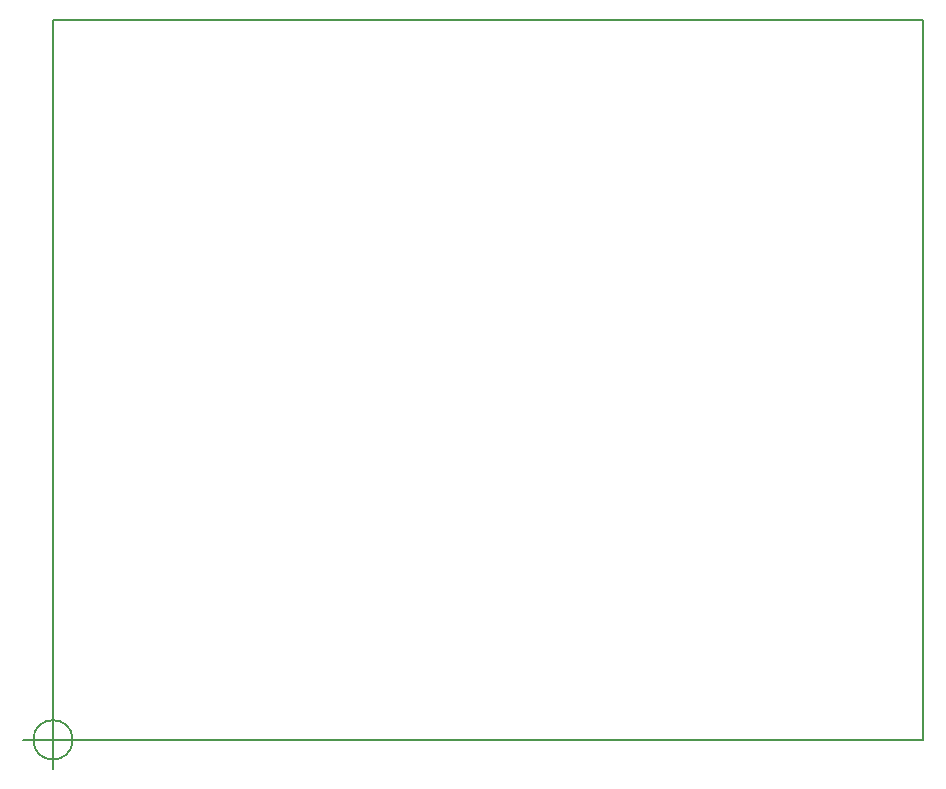
<source format=gbr>
G04 #@! TF.FileFunction,Profile,NP*
%FSLAX46Y46*%
G04 Gerber Fmt 4.6, Leading zero omitted, Abs format (unit mm)*
G04 Created by KiCad (PCBNEW 4.0.7) date 04/18/18 00:39:05*
%MOMM*%
%LPD*%
G01*
G04 APERTURE LIST*
%ADD10C,0.100000*%
%ADD11C,0.150000*%
G04 APERTURE END LIST*
D10*
D11*
X108346666Y-120650000D02*
G75*
G03X108346666Y-120650000I-1666666J0D01*
G01*
X104180000Y-120650000D02*
X109180000Y-120650000D01*
X106680000Y-118150000D02*
X106680000Y-123150000D01*
X108346666Y-120650000D02*
G75*
G03X108346666Y-120650000I-1666666J0D01*
G01*
X104180000Y-120650000D02*
X109180000Y-120650000D01*
X106680000Y-118150000D02*
X106680000Y-123150000D01*
X108346666Y-120650000D02*
G75*
G03X108346666Y-120650000I-1666666J0D01*
G01*
X104180000Y-120650000D02*
X109180000Y-120650000D01*
X106680000Y-118150000D02*
X106680000Y-123150000D01*
X180340000Y-59690000D02*
X180340000Y-120650000D01*
X106680000Y-120650000D02*
X106680000Y-59690000D01*
X180340000Y-120650000D02*
X106680000Y-120650000D01*
X106680000Y-59690000D02*
X180340000Y-59690000D01*
M02*

</source>
